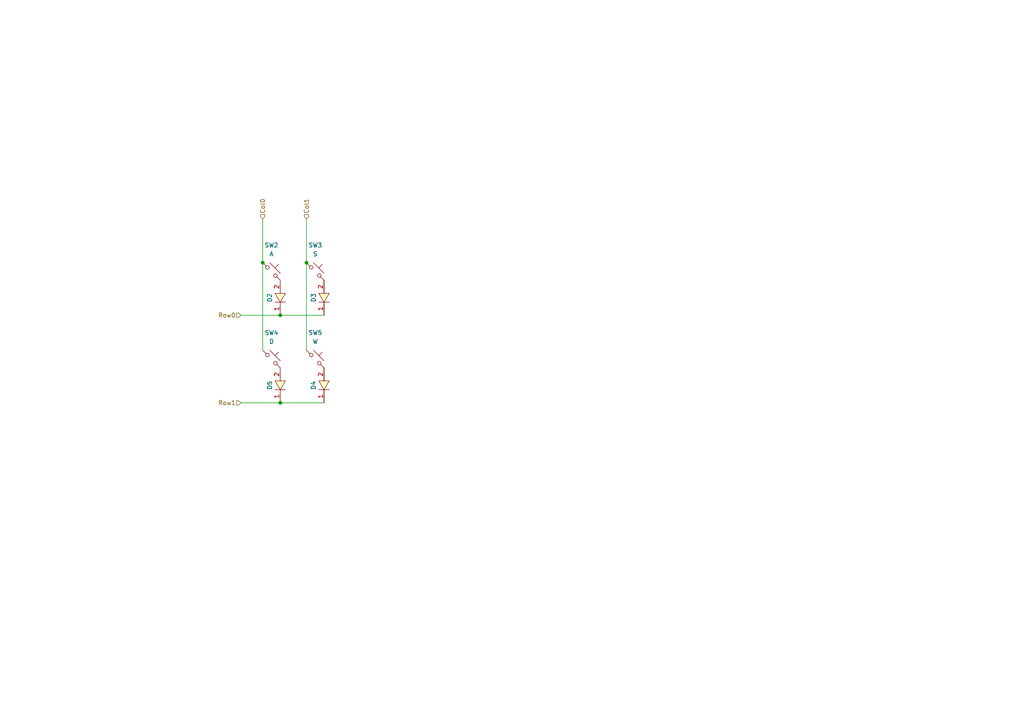
<source format=kicad_sch>
(kicad_sch (version 20231120) (generator "eeschema") (generator_version "8.0")
  (paper "A4")
  (lib_symbols
    (symbol "JLClib:1N4148WST4"
      (property "Reference" "D2" (at 0 3.048 0))
      (symbol "1N4148WST4_0_1"
        (polyline (pts (xy -1.27 -1.52) (xy -1.27 1.52)))
        (polyline (pts (xy 1.27 1.52) (xy -1.27 0) (xy 1.27 -1.52) (xy 1.27 1.52)) (fill (type background)))
        (pin unspecified line (at -5.08 0 0) (length 3.81) (name "") (number "1"))
        (pin unspecified line (at 5.08 0 180) (length 3.81) (name "") (number "2"))
      )
    )
    (symbol "Switch:SW_Push_45deg" (pin_numbers hide) (pin_names (offset 1.016) hide)
      (property "Reference" "SW" (at 3.048 1.016 0))
      (property "Value" "SW_Push_45deg" (at 0 -3.81 0))
      (symbol "SW_Push_45deg_0_1"
        (circle (center -1.1684 1.1684) (radius 0.508))
        (polyline (pts (xy -0.508 2.54) (xy 2.54 -0.508)))
        (polyline (pts (xy 1.016 1.016) (xy 2.032 2.032)))
        (polyline (pts (xy -2.54 2.54) (xy -1.524 1.524) (xy -1.524 1.524)))
        (polyline (pts (xy 1.524 -1.524) (xy 2.54 -2.54) (xy 2.54 -2.54) (xy 2.54 -2.54)))
        (circle (center 1.143 -1.1938) (radius 0.508))
        (pin passive line (at -2.54 2.54 0) (length 0) (name "1") (number "1"))
        (pin passive line (at 2.54 -2.54 180) (length 0) (name "2") (number "2"))
      )
    )
  )
  (junction (at 88.9 76.2))
  (junction (at 81.28 91.44))
  (junction (at 76.2 76.2))
  (junction (at 81.28 116.84))
  (wire (pts (xy 81.28 91.44) (xy 93.98 91.44)))
  (wire (pts (xy 88.9 63.5) (xy 88.9 76.2)))
  (wire (pts (xy 81.28 116.84) (xy 93.98 116.84)))
  (wire (pts (xy 88.9 76.2) (xy 88.9 101.6)))
  (wire (pts (xy 69.85 91.44) (xy 81.28 91.44)))
  (wire (pts (xy 69.85 116.84) (xy 81.28 116.84)))
  (wire (pts (xy 76.2 63.5) (xy 76.2 76.2)))
  (wire (pts (xy 76.2 76.2) (xy 76.2 101.6)))
  (hierarchical_label "Col0" (shape input) (at 76.2 63.5 90))
  (hierarchical_label "Row1" (shape input) (at 69.85 116.84 180))
  (hierarchical_label "Row0" (shape input) (at 69.85 91.44 180))
  (hierarchical_label "Col1" (shape input) (at 88.9 63.5 90))
  (symbol (lib_id "Switch:SW_Push_45deg") (at 91.44 104.14 0) (unit 1)
    (property "Reference" "SW5" (at 91.44 96.52 0))
    (property "Value" "W" (at 91.44 99.06 0))
    (property "Footprint" "JLClib:SW_Cherry_MX_1.00u_Plate" (effects (hide yes)))
    (property "Description" "Push button switch, normally open, two pins, 45° tilted" (effects (hide yes)))
  )
  (symbol (lib_id "Switch:SW_Push_45deg") (at 91.44 78.74 0) (unit 1)
    (property "Reference" "SW3" (at 91.44 71.12 0))
    (property "Value" "S" (at 91.44 73.66 0))
    (property "Footprint" "JLClib:SW_Cherry_MX_1.00u_Plate" (effects (hide yes)))
    (property "Description" "Push button switch, normally open, two pins, 45° tilted" (effects (hide yes)))
  )
  (symbol (lib_id "Switch:SW_Push_45deg") (at 78.74 78.74 0) (unit 1)
    (property "Reference" "SW2" (at 78.74 71.12 0))
    (property "Value" "A" (at 78.74 73.66 0))
    (property "Footprint" "JLClib:SW_Cherry_MX_1.00u_Plate" (effects (hide yes)))
    (property "Description" "Push button switch, normally open, two pins, 45° tilted" (effects (hide yes)))
  )
  (symbol (lib_id "JLClib:1N4148WST4") (at 93.98 111.76 90) (unit 1)
    (property "Reference" "D4" (at 90.932 111.76 0))
    (property "Value" "W" (effects (hide yes)))
    (property "Footprint" "JLClib:SOD-323_L1.8-W1.3-LS2.5-RD" (effects (hide yes)))
    (property "Datasheet" "https://lcsc.com/product-detail/Switching-Diode_1N4148WS-T4_C2128.html" (effects (hide yes)))
    (property "Description" "1N4148WS" (effects (hide yes)))
    (property "LCSC Part" "C2128" (effects (hide yes)))
  )
  (symbol (lib_id "JLClib:1N4148WST4") (at 93.98 86.36 90) (unit 1)
    (property "Reference" "D3" (at 90.932 86.36 0))
    (property "Value" "S" (effects (hide yes)))
    (property "Footprint" "JLClib:SOD-323_L1.8-W1.3-LS2.5-RD" (effects (hide yes)))
    (property "Datasheet" "https://lcsc.com/product-detail/Switching-Diode_1N4148WS-T4_C2128.html" (effects (hide yes)))
    (property "Description" "1N4148WS" (effects (hide yes)))
    (property "LCSC Part" "C2128" (effects (hide yes)))
  )
  (symbol (lib_id "JLClib:1N4148WST4") (at 81.28 111.76 90) (unit 1)
    (property "Reference" "D5" (at 78.232 111.76 0))
    (property "Value" "D" (effects (hide yes)))
    (property "Footprint" "JLClib:SOD-323_L1.8-W1.3-LS2.5-RD" (effects (hide yes)))
    (property "Datasheet" "https://lcsc.com/product-detail/Switching-Diode_1N4148WS-T4_C2128.html" (effects (hide yes)))
    (property "Description" "1N4148WS" (effects (hide yes)))
    (property "LCSC Part" "C2128" (effects (hide yes)))
  )
  (symbol (lib_id "JLClib:1N4148WST4") (at 81.28 86.36 90) (unit 1)
    (property "Reference" "D2" (at 78.232 86.36 0))
    (property "Value" "A" (effects (hide yes)))
    (property "Footprint" "JLClib:SOD-323_L1.8-W1.3-LS2.5-RD" (effects (hide yes)))
    (property "Datasheet" "https://lcsc.com/product-detail/Switching-Diode_1N4148WS-T4_C2128.html" (effects (hide yes)))
    (property "Description" "1N4148WS" (effects (hide yes)))
    (property "LCSC Part" "C2128" (effects (hide yes)))
  )
  (symbol (lib_id "Switch:SW_Push_45deg") (at 78.74 104.14 0) (unit 1)
    (property "Reference" "SW4" (at 78.74 96.52 0))
    (property "Value" "D" (at 78.74 99.06 0))
    (property "Footprint" "JLClib:SW_Cherry_MX_1.00u_Plate" (effects (hide yes)))
    (property "Description" "Push button switch, normally open, two pins, 45° tilted" (effects (hide yes)))
  )
)
</source>
